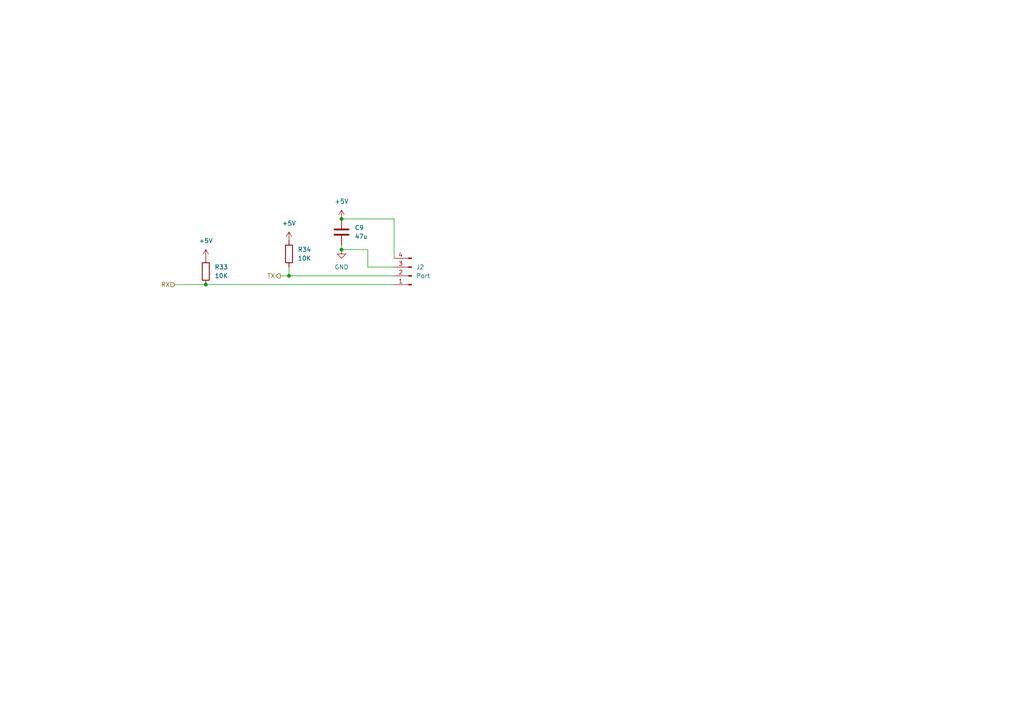
<source format=kicad_sch>
(kicad_sch (version 20211123) (generator eeschema)
  (paper "A4")
  (lib_symbols
    (symbol "Connector:Conn_01x04_Male" (pin_names (offset 1.016) hide)
      (property "Reference" "J" (at 0 5.08 0))
      (property "Value" "Conn_01x04_Male" (at 0 -7.62 0))
      (symbol "Conn_01x04_Male_1_1"
        (polyline (pts (xy 1.27 -5.08) (xy 0.8636 -5.08)) (stroke (width 0.1524)))
        (polyline (pts (xy 1.27 -2.54) (xy 0.8636 -2.54)) (stroke (width 0.1524)))
        (polyline (pts (xy 1.27 0) (xy 0.8636 0)) (stroke (width 0.1524)))
        (polyline (pts (xy 1.27 2.54) (xy 0.8636 2.54)) (stroke (width 0.1524)))
        (rectangle (start 0.8636 -4.953) (end 0 -5.207) (stroke (width 0.1524)) (fill (type outline)))
        (rectangle (start 0.8636 -2.413) (end 0 -2.667) (stroke (width 0.1524)) (fill (type outline)))
        (rectangle (start 0.8636 0.127) (end 0 -0.127) (stroke (width 0.1524)) (fill (type outline)))
        (rectangle (start 0.8636 2.667) (end 0 2.413) (stroke (width 0.1524)) (fill (type outline)))
        (pin passive line (at 5.08 2.54 180) (length 3.81) (name "Pin_1") (number "1"))
        (pin passive line (at 5.08 0 180) (length 3.81) (name "Pin_2") (number "2"))
        (pin passive line (at 5.08 -2.54 180) (length 3.81) (name "Pin_3") (number "3"))
        (pin passive line (at 5.08 -5.08 180) (length 3.81) (name "Pin_4") (number "4"))
      )
    )
    (symbol "Device:C" (pin_numbers hide) (pin_names (offset 0.254))
      (property "Reference" "C" (at 0.635 2.54 0))
      (property "Value" "C" (at 0.635 -2.54 0))
      (symbol "C_0_1"
        (polyline (pts (xy -2.032 -0.762) (xy 2.032 -0.762)) (stroke (width 0.508)))
        (polyline (pts (xy -2.032 0.762) (xy 2.032 0.762)) (stroke (width 0.508)))
      )
      (symbol "C_1_1"
        (pin passive line (at 0 3.81 270) (length 2.794) (name "~") (number "1"))
        (pin passive line (at 0 -3.81 90) (length 2.794) (name "~") (number "2"))
      )
    )
    (symbol "Device:R" (pin_numbers hide) (pin_names (offset 0))
      (property "Reference" "R" (at 2.032 0 90))
      (property "Value" "R" (at 0 0 90))
      (symbol "R_0_1"
        (rectangle (start -1.016 -2.54) (end 1.016 2.54) (stroke (width 0.254)))
      )
      (symbol "R_1_1"
        (pin passive line (at 0 3.81 270) (length 1.27) (name "~") (number "1"))
        (pin passive line (at 0 -3.81 90) (length 1.27) (name "~") (number "2"))
      )
    )
    (symbol "power:+5V" (power) (pin_names (offset 0))
      (property "Value" "+5V" (at 0 3.556 0))
      (symbol "+5V_0_1"
        (polyline (pts (xy -0.762 1.27) (xy 0 2.54)))
        (polyline (pts (xy 0 0) (xy 0 2.54)))
        (polyline (pts (xy 0 2.54) (xy 0.762 1.27)))
      )
      (symbol "+5V_1_1"
        (pin power_in line (at 0 0 90) (length 0) hide (name "+5V") (number "1"))
      )
    )
    (symbol "power:GND" (power) (pin_names (offset 0))
      (property "Value" "GND" (at 0 -3.81 0))
      (symbol "GND_0_1"
        (polyline (pts (xy 0 0) (xy 0 -1.27) (xy 1.27 -1.27) (xy 0 -2.54) (xy -1.27 -1.27) (xy 0 -1.27)))
      )
      (symbol "GND_1_1"
        (pin power_in line (at 0 0 270) (length 0) hide (name "GND") (number "1"))
      )
    )
  )
  (junction (at 59.69 82.55))
  (junction (at 99.06 63.5))
  (junction (at 83.82 80.01))
  (junction (at 99.06 72.39))
  (wire (pts (xy 106.68 77.47) (xy 106.68 72.39)))
  (wire (pts (xy 83.82 80.01) (xy 114.3 80.01)))
  (wire (pts (xy 83.82 77.47) (xy 83.82 80.01)))
  (wire (pts (xy 81.28 80.01) (xy 83.82 80.01)))
  (wire (pts (xy 114.3 77.47) (xy 106.68 77.47)))
  (wire (pts (xy 50.8 82.55) (xy 59.69 82.55)))
  (wire (pts (xy 114.3 63.5) (xy 99.06 63.5)))
  (wire (pts (xy 59.69 82.55) (xy 114.3 82.55)))
  (wire (pts (xy 106.68 72.39) (xy 99.06 72.39)))
  (wire (pts (xy 99.06 71.12) (xy 99.06 72.39)))
  (wire (pts (xy 114.3 74.93) (xy 114.3 63.5)))
  (hierarchical_label "RX" (shape input) (at 50.8 82.55 180))
  (hierarchical_label "TX" (shape output) (at 81.28 80.01 180))
  (symbol (lib_id "power:+5V") (at 99.06 63.5 0) (unit 1)
    (property "Reference" "#PWR0135" (effects hide))
    (property "Value" "+5V" (at 99.06 58.42 0))
  )
  (symbol (lib_id "power:+5V") (at 59.69 74.93 0) (unit 1)
    (property "Reference" "#PWR0132" (effects hide))
    (property "Value" "+5V" (at 59.69 69.85 0))
  )
  (symbol (lib_id "Device:C") (at 99.06 67.31 0) (unit 1)
    (property "Reference" "C9" (at 102.87 66.0399 0) (effects (justify left)))
    (property "Value" "47u" (at 102.87 68.5799 0) (effects (justify left)))
    (property "Footprint" "Capacitor_THT:CP_Radial_D6.3mm_P2.50mm" (effects hide))
  )
  (symbol (lib_id "Device:R") (at 83.82 73.66 0) (unit 1)
    (property "Reference" "R34" (at 86.36 72.3899 0) (effects (justify left)))
    (property "Value" "10K" (at 86.36 74.9299 0) (effects (justify left)))
    (property "Footprint" "Resistor_THT:R_Axial_DIN0207_L6.3mm_D2.5mm_P7.62mm_Horizontal" (effects hide))
  )
  (symbol (lib_id "power:GND") (at 99.06 72.39 0) (unit 1)
    (property "Reference" "#PWR0134" (effects hide))
    (property "Value" "GND" (at 99.06 77.47 0))
  )
  (symbol (lib_id "Device:R") (at 59.69 78.74 0) (unit 1)
    (property "Reference" "R33" (at 62.23 77.4699 0) (effects (justify left)))
    (property "Value" "10K" (at 62.23 80.0099 0) (effects (justify left)))
    (property "Footprint" "Resistor_THT:R_Axial_DIN0207_L6.3mm_D2.5mm_P7.62mm_Horizontal" (effects hide))
  )
  (symbol (lib_id "power:+5V") (at 83.82 69.85 0) (unit 1)
    (property "Reference" "#PWR0133" (effects hide))
    (property "Value" "+5V" (at 83.82 64.77 0))
  )
  (symbol (lib_id "Connector:Conn_01x04_Male") (at 119.38 80.01 180) (unit 1)
    (property "Reference" "J2" (at 120.65 77.4699 0) (effects (justify right)))
    (property "Value" "Port" (at 120.65 80.0099 0) (effects (justify right)))
    (property "Footprint" "Connector_PinHeader_2.54mm:PinHeader_1x04_P2.54mm_Vertical" (effects hide))
  )
)
</source>
